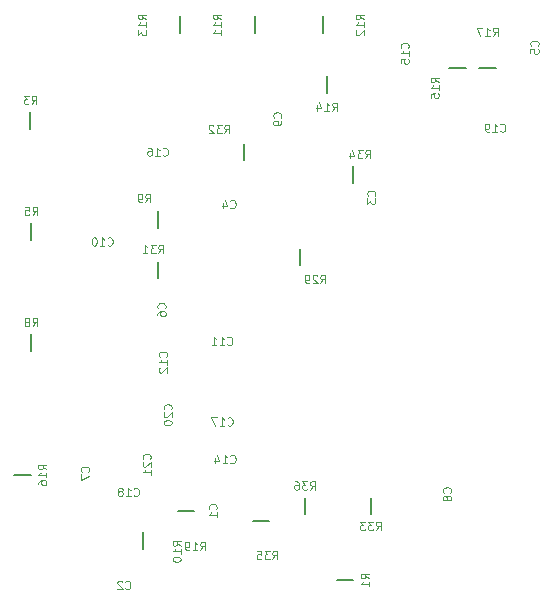
<source format=gbr>
%TF.GenerationSoftware,KiCad,Pcbnew,8.0.0*%
%TF.CreationDate,2024-04-17T18:05:47+02:00*%
%TF.ProjectId,TSAL,5453414c-2e6b-4696-9361-645f70636258,V2.1*%
%TF.SameCoordinates,Original*%
%TF.FileFunction,Legend,Bot*%
%TF.FilePolarity,Positive*%
%FSLAX46Y46*%
G04 Gerber Fmt 4.6, Leading zero omitted, Abs format (unit mm)*
G04 Created by KiCad (PCBNEW 8.0.0) date 2024-04-17 18:05:47*
%MOMM*%
%LPD*%
G01*
G04 APERTURE LIST*
%ADD10C,0.087500*%
%ADD11C,0.200000*%
G04 APERTURE END LIST*
D10*
X146492495Y-39493373D02*
X146525828Y-39526707D01*
X146525828Y-39526707D02*
X146625828Y-39560040D01*
X146625828Y-39560040D02*
X146692495Y-39560040D01*
X146692495Y-39560040D02*
X146792495Y-39526707D01*
X146792495Y-39526707D02*
X146859162Y-39460040D01*
X146859162Y-39460040D02*
X146892495Y-39393373D01*
X146892495Y-39393373D02*
X146925828Y-39260040D01*
X146925828Y-39260040D02*
X146925828Y-39160040D01*
X146925828Y-39160040D02*
X146892495Y-39026707D01*
X146892495Y-39026707D02*
X146859162Y-38960040D01*
X146859162Y-38960040D02*
X146792495Y-38893373D01*
X146792495Y-38893373D02*
X146692495Y-38860040D01*
X146692495Y-38860040D02*
X146625828Y-38860040D01*
X146625828Y-38860040D02*
X146525828Y-38893373D01*
X146525828Y-38893373D02*
X146492495Y-38926707D01*
X145825828Y-39560040D02*
X146225828Y-39560040D01*
X146025828Y-39560040D02*
X146025828Y-38860040D01*
X146025828Y-38860040D02*
X146092495Y-38960040D01*
X146092495Y-38960040D02*
X146159162Y-39026707D01*
X146159162Y-39026707D02*
X146225828Y-39060040D01*
X145492495Y-39560040D02*
X145359161Y-39560040D01*
X145359161Y-39560040D02*
X145292495Y-39526707D01*
X145292495Y-39526707D02*
X145259161Y-39493373D01*
X145259161Y-39493373D02*
X145192495Y-39393373D01*
X145192495Y-39393373D02*
X145159161Y-39260040D01*
X145159161Y-39260040D02*
X145159161Y-38993373D01*
X145159161Y-38993373D02*
X145192495Y-38926707D01*
X145192495Y-38926707D02*
X145225828Y-38893373D01*
X145225828Y-38893373D02*
X145292495Y-38860040D01*
X145292495Y-38860040D02*
X145425828Y-38860040D01*
X145425828Y-38860040D02*
X145492495Y-38893373D01*
X145492495Y-38893373D02*
X145525828Y-38926707D01*
X145525828Y-38926707D02*
X145559161Y-38993373D01*
X145559161Y-38993373D02*
X145559161Y-39160040D01*
X145559161Y-39160040D02*
X145525828Y-39226707D01*
X145525828Y-39226707D02*
X145492495Y-39260040D01*
X145492495Y-39260040D02*
X145425828Y-39293373D01*
X145425828Y-39293373D02*
X145292495Y-39293373D01*
X145292495Y-39293373D02*
X145225828Y-39260040D01*
X145225828Y-39260040D02*
X145192495Y-39226707D01*
X145192495Y-39226707D02*
X145159161Y-39160040D01*
X116839655Y-67252381D02*
X116872989Y-67219048D01*
X116872989Y-67219048D02*
X116906322Y-67119048D01*
X116906322Y-67119048D02*
X116906322Y-67052381D01*
X116906322Y-67052381D02*
X116872989Y-66952381D01*
X116872989Y-66952381D02*
X116806322Y-66885715D01*
X116806322Y-66885715D02*
X116739655Y-66852381D01*
X116739655Y-66852381D02*
X116606322Y-66819048D01*
X116606322Y-66819048D02*
X116506322Y-66819048D01*
X116506322Y-66819048D02*
X116372989Y-66852381D01*
X116372989Y-66852381D02*
X116306322Y-66885715D01*
X116306322Y-66885715D02*
X116239655Y-66952381D01*
X116239655Y-66952381D02*
X116206322Y-67052381D01*
X116206322Y-67052381D02*
X116206322Y-67119048D01*
X116206322Y-67119048D02*
X116239655Y-67219048D01*
X116239655Y-67219048D02*
X116272989Y-67252381D01*
X116272989Y-67519048D02*
X116239655Y-67552381D01*
X116239655Y-67552381D02*
X116206322Y-67619048D01*
X116206322Y-67619048D02*
X116206322Y-67785715D01*
X116206322Y-67785715D02*
X116239655Y-67852381D01*
X116239655Y-67852381D02*
X116272989Y-67885715D01*
X116272989Y-67885715D02*
X116339655Y-67919048D01*
X116339655Y-67919048D02*
X116406322Y-67919048D01*
X116406322Y-67919048D02*
X116506322Y-67885715D01*
X116506322Y-67885715D02*
X116906322Y-67485715D01*
X116906322Y-67485715D02*
X116906322Y-67919048D01*
X116906322Y-68585715D02*
X116906322Y-68185715D01*
X116906322Y-68385715D02*
X116206322Y-68385715D01*
X116206322Y-68385715D02*
X116306322Y-68319048D01*
X116306322Y-68319048D02*
X116372989Y-68252382D01*
X116372989Y-68252382D02*
X116406322Y-68185715D01*
X145865000Y-31434283D02*
X146098333Y-31100950D01*
X146265000Y-31434283D02*
X146265000Y-30734283D01*
X146265000Y-30734283D02*
X145998333Y-30734283D01*
X145998333Y-30734283D02*
X145931667Y-30767616D01*
X145931667Y-30767616D02*
X145898333Y-30800950D01*
X145898333Y-30800950D02*
X145865000Y-30867616D01*
X145865000Y-30867616D02*
X145865000Y-30967616D01*
X145865000Y-30967616D02*
X145898333Y-31034283D01*
X145898333Y-31034283D02*
X145931667Y-31067616D01*
X145931667Y-31067616D02*
X145998333Y-31100950D01*
X145998333Y-31100950D02*
X146265000Y-31100950D01*
X145198333Y-31434283D02*
X145598333Y-31434283D01*
X145398333Y-31434283D02*
X145398333Y-30734283D01*
X145398333Y-30734283D02*
X145465000Y-30834283D01*
X145465000Y-30834283D02*
X145531667Y-30900950D01*
X145531667Y-30900950D02*
X145598333Y-30934283D01*
X144965000Y-30734283D02*
X144498333Y-30734283D01*
X144498333Y-30734283D02*
X144798333Y-31434283D01*
X123397623Y-64363884D02*
X123430956Y-64397218D01*
X123430956Y-64397218D02*
X123530956Y-64430551D01*
X123530956Y-64430551D02*
X123597623Y-64430551D01*
X123597623Y-64430551D02*
X123697623Y-64397218D01*
X123697623Y-64397218D02*
X123764290Y-64330551D01*
X123764290Y-64330551D02*
X123797623Y-64263884D01*
X123797623Y-64263884D02*
X123830956Y-64130551D01*
X123830956Y-64130551D02*
X123830956Y-64030551D01*
X123830956Y-64030551D02*
X123797623Y-63897218D01*
X123797623Y-63897218D02*
X123764290Y-63830551D01*
X123764290Y-63830551D02*
X123697623Y-63763884D01*
X123697623Y-63763884D02*
X123597623Y-63730551D01*
X123597623Y-63730551D02*
X123530956Y-63730551D01*
X123530956Y-63730551D02*
X123430956Y-63763884D01*
X123430956Y-63763884D02*
X123397623Y-63797218D01*
X122730956Y-64430551D02*
X123130956Y-64430551D01*
X122930956Y-64430551D02*
X122930956Y-63730551D01*
X122930956Y-63730551D02*
X122997623Y-63830551D01*
X122997623Y-63830551D02*
X123064290Y-63897218D01*
X123064290Y-63897218D02*
X123130956Y-63930551D01*
X122497623Y-63730551D02*
X122030956Y-63730551D01*
X122030956Y-63730551D02*
X122330956Y-64430551D01*
X119445283Y-74606999D02*
X119111950Y-74373666D01*
X119445283Y-74206999D02*
X118745283Y-74206999D01*
X118745283Y-74206999D02*
X118745283Y-74473666D01*
X118745283Y-74473666D02*
X118778616Y-74540333D01*
X118778616Y-74540333D02*
X118811950Y-74573666D01*
X118811950Y-74573666D02*
X118878616Y-74606999D01*
X118878616Y-74606999D02*
X118978616Y-74606999D01*
X118978616Y-74606999D02*
X119045283Y-74573666D01*
X119045283Y-74573666D02*
X119078616Y-74540333D01*
X119078616Y-74540333D02*
X119111950Y-74473666D01*
X119111950Y-74473666D02*
X119111950Y-74206999D01*
X119445283Y-75273666D02*
X119445283Y-74873666D01*
X119445283Y-75073666D02*
X118745283Y-75073666D01*
X118745283Y-75073666D02*
X118845283Y-75006999D01*
X118845283Y-75006999D02*
X118911950Y-74940333D01*
X118911950Y-74940333D02*
X118945283Y-74873666D01*
X118745283Y-75707000D02*
X118745283Y-75773666D01*
X118745283Y-75773666D02*
X118778616Y-75840333D01*
X118778616Y-75840333D02*
X118811950Y-75873666D01*
X118811950Y-75873666D02*
X118878616Y-75907000D01*
X118878616Y-75907000D02*
X119011950Y-75940333D01*
X119011950Y-75940333D02*
X119178616Y-75940333D01*
X119178616Y-75940333D02*
X119311950Y-75907000D01*
X119311950Y-75907000D02*
X119378616Y-75873666D01*
X119378616Y-75873666D02*
X119411950Y-75840333D01*
X119411950Y-75840333D02*
X119445283Y-75773666D01*
X119445283Y-75773666D02*
X119445283Y-75707000D01*
X119445283Y-75707000D02*
X119411950Y-75640333D01*
X119411950Y-75640333D02*
X119378616Y-75607000D01*
X119378616Y-75607000D02*
X119311950Y-75573666D01*
X119311950Y-75573666D02*
X119178616Y-75540333D01*
X119178616Y-75540333D02*
X119011950Y-75540333D01*
X119011950Y-75540333D02*
X118878616Y-75573666D01*
X118878616Y-75573666D02*
X118811950Y-75607000D01*
X118811950Y-75607000D02*
X118778616Y-75640333D01*
X118778616Y-75640333D02*
X118745283Y-75707000D01*
X127196000Y-75757283D02*
X127429333Y-75423950D01*
X127596000Y-75757283D02*
X127596000Y-75057283D01*
X127596000Y-75057283D02*
X127329333Y-75057283D01*
X127329333Y-75057283D02*
X127262667Y-75090616D01*
X127262667Y-75090616D02*
X127229333Y-75123950D01*
X127229333Y-75123950D02*
X127196000Y-75190616D01*
X127196000Y-75190616D02*
X127196000Y-75290616D01*
X127196000Y-75290616D02*
X127229333Y-75357283D01*
X127229333Y-75357283D02*
X127262667Y-75390616D01*
X127262667Y-75390616D02*
X127329333Y-75423950D01*
X127329333Y-75423950D02*
X127596000Y-75423950D01*
X126962667Y-75057283D02*
X126529333Y-75057283D01*
X126529333Y-75057283D02*
X126762667Y-75323950D01*
X126762667Y-75323950D02*
X126662667Y-75323950D01*
X126662667Y-75323950D02*
X126596000Y-75357283D01*
X126596000Y-75357283D02*
X126562667Y-75390616D01*
X126562667Y-75390616D02*
X126529333Y-75457283D01*
X126529333Y-75457283D02*
X126529333Y-75623950D01*
X126529333Y-75623950D02*
X126562667Y-75690616D01*
X126562667Y-75690616D02*
X126596000Y-75723950D01*
X126596000Y-75723950D02*
X126662667Y-75757283D01*
X126662667Y-75757283D02*
X126862667Y-75757283D01*
X126862667Y-75757283D02*
X126929333Y-75723950D01*
X126929333Y-75723950D02*
X126962667Y-75690616D01*
X125896000Y-75057283D02*
X126229333Y-75057283D01*
X126229333Y-75057283D02*
X126262666Y-75390616D01*
X126262666Y-75390616D02*
X126229333Y-75357283D01*
X126229333Y-75357283D02*
X126162666Y-75323950D01*
X126162666Y-75323950D02*
X125996000Y-75323950D01*
X125996000Y-75323950D02*
X125929333Y-75357283D01*
X125929333Y-75357283D02*
X125896000Y-75390616D01*
X125896000Y-75390616D02*
X125862666Y-75457283D01*
X125862666Y-75457283D02*
X125862666Y-75623950D01*
X125862666Y-75623950D02*
X125896000Y-75690616D01*
X125896000Y-75690616D02*
X125929333Y-75723950D01*
X125929333Y-75723950D02*
X125996000Y-75757283D01*
X125996000Y-75757283D02*
X126162666Y-75757283D01*
X126162666Y-75757283D02*
X126229333Y-75723950D01*
X126229333Y-75723950D02*
X126262666Y-75690616D01*
X122426616Y-71511333D02*
X122459950Y-71478000D01*
X122459950Y-71478000D02*
X122493283Y-71378000D01*
X122493283Y-71378000D02*
X122493283Y-71311333D01*
X122493283Y-71311333D02*
X122459950Y-71211333D01*
X122459950Y-71211333D02*
X122393283Y-71144667D01*
X122393283Y-71144667D02*
X122326616Y-71111333D01*
X122326616Y-71111333D02*
X122193283Y-71078000D01*
X122193283Y-71078000D02*
X122093283Y-71078000D01*
X122093283Y-71078000D02*
X121959950Y-71111333D01*
X121959950Y-71111333D02*
X121893283Y-71144667D01*
X121893283Y-71144667D02*
X121826616Y-71211333D01*
X121826616Y-71211333D02*
X121793283Y-71311333D01*
X121793283Y-71311333D02*
X121793283Y-71378000D01*
X121793283Y-71378000D02*
X121826616Y-71478000D01*
X121826616Y-71478000D02*
X121859950Y-71511333D01*
X122493283Y-72178000D02*
X122493283Y-71778000D01*
X122493283Y-71978000D02*
X121793283Y-71978000D01*
X121793283Y-71978000D02*
X121893283Y-71911333D01*
X121893283Y-71911333D02*
X121959950Y-71844667D01*
X121959950Y-71844667D02*
X121993283Y-71778000D01*
X123382528Y-57531958D02*
X123415861Y-57565292D01*
X123415861Y-57565292D02*
X123515861Y-57598625D01*
X123515861Y-57598625D02*
X123582528Y-57598625D01*
X123582528Y-57598625D02*
X123682528Y-57565292D01*
X123682528Y-57565292D02*
X123749195Y-57498625D01*
X123749195Y-57498625D02*
X123782528Y-57431958D01*
X123782528Y-57431958D02*
X123815861Y-57298625D01*
X123815861Y-57298625D02*
X123815861Y-57198625D01*
X123815861Y-57198625D02*
X123782528Y-57065292D01*
X123782528Y-57065292D02*
X123749195Y-56998625D01*
X123749195Y-56998625D02*
X123682528Y-56931958D01*
X123682528Y-56931958D02*
X123582528Y-56898625D01*
X123582528Y-56898625D02*
X123515861Y-56898625D01*
X123515861Y-56898625D02*
X123415861Y-56931958D01*
X123415861Y-56931958D02*
X123382528Y-56965292D01*
X122715861Y-57598625D02*
X123115861Y-57598625D01*
X122915861Y-57598625D02*
X122915861Y-56898625D01*
X122915861Y-56898625D02*
X122982528Y-56998625D01*
X122982528Y-56998625D02*
X123049195Y-57065292D01*
X123049195Y-57065292D02*
X123115861Y-57098625D01*
X122049194Y-57598625D02*
X122449194Y-57598625D01*
X122249194Y-57598625D02*
X122249194Y-56898625D01*
X122249194Y-56898625D02*
X122315861Y-56998625D01*
X122315861Y-56998625D02*
X122382528Y-57065292D01*
X122382528Y-57065292D02*
X122449194Y-57098625D01*
X106883567Y-46607312D02*
X107116900Y-46273979D01*
X107283567Y-46607312D02*
X107283567Y-45907312D01*
X107283567Y-45907312D02*
X107016900Y-45907312D01*
X107016900Y-45907312D02*
X106950234Y-45940645D01*
X106950234Y-45940645D02*
X106916900Y-45973979D01*
X106916900Y-45973979D02*
X106883567Y-46040645D01*
X106883567Y-46040645D02*
X106883567Y-46140645D01*
X106883567Y-46140645D02*
X106916900Y-46207312D01*
X106916900Y-46207312D02*
X106950234Y-46240645D01*
X106950234Y-46240645D02*
X107016900Y-46273979D01*
X107016900Y-46273979D02*
X107283567Y-46273979D01*
X106250234Y-45907312D02*
X106583567Y-45907312D01*
X106583567Y-45907312D02*
X106616900Y-46240645D01*
X106616900Y-46240645D02*
X106583567Y-46207312D01*
X106583567Y-46207312D02*
X106516900Y-46173979D01*
X106516900Y-46173979D02*
X106350234Y-46173979D01*
X106350234Y-46173979D02*
X106283567Y-46207312D01*
X106283567Y-46207312D02*
X106250234Y-46240645D01*
X106250234Y-46240645D02*
X106216900Y-46307312D01*
X106216900Y-46307312D02*
X106216900Y-46473979D01*
X106216900Y-46473979D02*
X106250234Y-46540645D01*
X106250234Y-46540645D02*
X106283567Y-46573979D01*
X106283567Y-46573979D02*
X106350234Y-46607312D01*
X106350234Y-46607312D02*
X106516900Y-46607312D01*
X106516900Y-46607312D02*
X106583567Y-46573979D01*
X106583567Y-46573979D02*
X106616900Y-46540645D01*
X111607884Y-68329360D02*
X111641218Y-68296027D01*
X111641218Y-68296027D02*
X111674551Y-68196027D01*
X111674551Y-68196027D02*
X111674551Y-68129360D01*
X111674551Y-68129360D02*
X111641218Y-68029360D01*
X111641218Y-68029360D02*
X111574551Y-67962694D01*
X111574551Y-67962694D02*
X111507884Y-67929360D01*
X111507884Y-67929360D02*
X111374551Y-67896027D01*
X111374551Y-67896027D02*
X111274551Y-67896027D01*
X111274551Y-67896027D02*
X111141218Y-67929360D01*
X111141218Y-67929360D02*
X111074551Y-67962694D01*
X111074551Y-67962694D02*
X111007884Y-68029360D01*
X111007884Y-68029360D02*
X110974551Y-68129360D01*
X110974551Y-68129360D02*
X110974551Y-68196027D01*
X110974551Y-68196027D02*
X111007884Y-68296027D01*
X111007884Y-68296027D02*
X111041218Y-68329360D01*
X110974551Y-68562694D02*
X110974551Y-69029360D01*
X110974551Y-69029360D02*
X111674551Y-68729360D01*
X135070000Y-41797312D02*
X135303333Y-41463979D01*
X135470000Y-41797312D02*
X135470000Y-41097312D01*
X135470000Y-41097312D02*
X135203333Y-41097312D01*
X135203333Y-41097312D02*
X135136667Y-41130645D01*
X135136667Y-41130645D02*
X135103333Y-41163979D01*
X135103333Y-41163979D02*
X135070000Y-41230645D01*
X135070000Y-41230645D02*
X135070000Y-41330645D01*
X135070000Y-41330645D02*
X135103333Y-41397312D01*
X135103333Y-41397312D02*
X135136667Y-41430645D01*
X135136667Y-41430645D02*
X135203333Y-41463979D01*
X135203333Y-41463979D02*
X135470000Y-41463979D01*
X134836667Y-41097312D02*
X134403333Y-41097312D01*
X134403333Y-41097312D02*
X134636667Y-41363979D01*
X134636667Y-41363979D02*
X134536667Y-41363979D01*
X134536667Y-41363979D02*
X134470000Y-41397312D01*
X134470000Y-41397312D02*
X134436667Y-41430645D01*
X134436667Y-41430645D02*
X134403333Y-41497312D01*
X134403333Y-41497312D02*
X134403333Y-41663979D01*
X134403333Y-41663979D02*
X134436667Y-41730645D01*
X134436667Y-41730645D02*
X134470000Y-41763979D01*
X134470000Y-41763979D02*
X134536667Y-41797312D01*
X134536667Y-41797312D02*
X134736667Y-41797312D01*
X134736667Y-41797312D02*
X134803333Y-41763979D01*
X134803333Y-41763979D02*
X134836667Y-41730645D01*
X133803333Y-41330645D02*
X133803333Y-41797312D01*
X133970000Y-41063979D02*
X134136666Y-41563979D01*
X134136666Y-41563979D02*
X133703333Y-41563979D01*
X123640000Y-67562616D02*
X123673333Y-67595950D01*
X123673333Y-67595950D02*
X123773333Y-67629283D01*
X123773333Y-67629283D02*
X123840000Y-67629283D01*
X123840000Y-67629283D02*
X123940000Y-67595950D01*
X123940000Y-67595950D02*
X124006667Y-67529283D01*
X124006667Y-67529283D02*
X124040000Y-67462616D01*
X124040000Y-67462616D02*
X124073333Y-67329283D01*
X124073333Y-67329283D02*
X124073333Y-67229283D01*
X124073333Y-67229283D02*
X124040000Y-67095950D01*
X124040000Y-67095950D02*
X124006667Y-67029283D01*
X124006667Y-67029283D02*
X123940000Y-66962616D01*
X123940000Y-66962616D02*
X123840000Y-66929283D01*
X123840000Y-66929283D02*
X123773333Y-66929283D01*
X123773333Y-66929283D02*
X123673333Y-66962616D01*
X123673333Y-66962616D02*
X123640000Y-66995950D01*
X122973333Y-67629283D02*
X123373333Y-67629283D01*
X123173333Y-67629283D02*
X123173333Y-66929283D01*
X123173333Y-66929283D02*
X123240000Y-67029283D01*
X123240000Y-67029283D02*
X123306667Y-67095950D01*
X123306667Y-67095950D02*
X123373333Y-67129283D01*
X122373333Y-67162616D02*
X122373333Y-67629283D01*
X122540000Y-66895950D02*
X122706666Y-67395950D01*
X122706666Y-67395950D02*
X122273333Y-67395950D01*
X149670851Y-32268333D02*
X149704185Y-32235000D01*
X149704185Y-32235000D02*
X149737518Y-32135000D01*
X149737518Y-32135000D02*
X149737518Y-32068333D01*
X149737518Y-32068333D02*
X149704185Y-31968333D01*
X149704185Y-31968333D02*
X149637518Y-31901667D01*
X149637518Y-31901667D02*
X149570851Y-31868333D01*
X149570851Y-31868333D02*
X149437518Y-31835000D01*
X149437518Y-31835000D02*
X149337518Y-31835000D01*
X149337518Y-31835000D02*
X149204185Y-31868333D01*
X149204185Y-31868333D02*
X149137518Y-31901667D01*
X149137518Y-31901667D02*
X149070851Y-31968333D01*
X149070851Y-31968333D02*
X149037518Y-32068333D01*
X149037518Y-32068333D02*
X149037518Y-32135000D01*
X149037518Y-32135000D02*
X149070851Y-32235000D01*
X149070851Y-32235000D02*
X149104185Y-32268333D01*
X149037518Y-32901667D02*
X149037518Y-32568333D01*
X149037518Y-32568333D02*
X149370851Y-32535000D01*
X149370851Y-32535000D02*
X149337518Y-32568333D01*
X149337518Y-32568333D02*
X149304185Y-32635000D01*
X149304185Y-32635000D02*
X149304185Y-32801667D01*
X149304185Y-32801667D02*
X149337518Y-32868333D01*
X149337518Y-32868333D02*
X149370851Y-32901667D01*
X149370851Y-32901667D02*
X149437518Y-32935000D01*
X149437518Y-32935000D02*
X149604185Y-32935000D01*
X149604185Y-32935000D02*
X149670851Y-32901667D01*
X149670851Y-32901667D02*
X149704185Y-32868333D01*
X149704185Y-32868333D02*
X149737518Y-32801667D01*
X149737518Y-32801667D02*
X149737518Y-32635000D01*
X149737518Y-32635000D02*
X149704185Y-32568333D01*
X149704185Y-32568333D02*
X149670851Y-32535000D01*
X123132000Y-39689283D02*
X123365333Y-39355950D01*
X123532000Y-39689283D02*
X123532000Y-38989283D01*
X123532000Y-38989283D02*
X123265333Y-38989283D01*
X123265333Y-38989283D02*
X123198667Y-39022616D01*
X123198667Y-39022616D02*
X123165333Y-39055950D01*
X123165333Y-39055950D02*
X123132000Y-39122616D01*
X123132000Y-39122616D02*
X123132000Y-39222616D01*
X123132000Y-39222616D02*
X123165333Y-39289283D01*
X123165333Y-39289283D02*
X123198667Y-39322616D01*
X123198667Y-39322616D02*
X123265333Y-39355950D01*
X123265333Y-39355950D02*
X123532000Y-39355950D01*
X122898667Y-38989283D02*
X122465333Y-38989283D01*
X122465333Y-38989283D02*
X122698667Y-39255950D01*
X122698667Y-39255950D02*
X122598667Y-39255950D01*
X122598667Y-39255950D02*
X122532000Y-39289283D01*
X122532000Y-39289283D02*
X122498667Y-39322616D01*
X122498667Y-39322616D02*
X122465333Y-39389283D01*
X122465333Y-39389283D02*
X122465333Y-39555950D01*
X122465333Y-39555950D02*
X122498667Y-39622616D01*
X122498667Y-39622616D02*
X122532000Y-39655950D01*
X122532000Y-39655950D02*
X122598667Y-39689283D01*
X122598667Y-39689283D02*
X122798667Y-39689283D01*
X122798667Y-39689283D02*
X122865333Y-39655950D01*
X122865333Y-39655950D02*
X122898667Y-39622616D01*
X122198666Y-39055950D02*
X122165333Y-39022616D01*
X122165333Y-39022616D02*
X122098666Y-38989283D01*
X122098666Y-38989283D02*
X121932000Y-38989283D01*
X121932000Y-38989283D02*
X121865333Y-39022616D01*
X121865333Y-39022616D02*
X121832000Y-39055950D01*
X121832000Y-39055950D02*
X121798666Y-39122616D01*
X121798666Y-39122616D02*
X121798666Y-39189283D01*
X121798666Y-39189283D02*
X121832000Y-39289283D01*
X121832000Y-39289283D02*
X122232000Y-39689283D01*
X122232000Y-39689283D02*
X121798666Y-39689283D01*
X135947099Y-73268254D02*
X136180432Y-72934921D01*
X136347099Y-73268254D02*
X136347099Y-72568254D01*
X136347099Y-72568254D02*
X136080432Y-72568254D01*
X136080432Y-72568254D02*
X136013766Y-72601587D01*
X136013766Y-72601587D02*
X135980432Y-72634921D01*
X135980432Y-72634921D02*
X135947099Y-72701587D01*
X135947099Y-72701587D02*
X135947099Y-72801587D01*
X135947099Y-72801587D02*
X135980432Y-72868254D01*
X135980432Y-72868254D02*
X136013766Y-72901587D01*
X136013766Y-72901587D02*
X136080432Y-72934921D01*
X136080432Y-72934921D02*
X136347099Y-72934921D01*
X135713766Y-72568254D02*
X135280432Y-72568254D01*
X135280432Y-72568254D02*
X135513766Y-72834921D01*
X135513766Y-72834921D02*
X135413766Y-72834921D01*
X135413766Y-72834921D02*
X135347099Y-72868254D01*
X135347099Y-72868254D02*
X135313766Y-72901587D01*
X135313766Y-72901587D02*
X135280432Y-72968254D01*
X135280432Y-72968254D02*
X135280432Y-73134921D01*
X135280432Y-73134921D02*
X135313766Y-73201587D01*
X135313766Y-73201587D02*
X135347099Y-73234921D01*
X135347099Y-73234921D02*
X135413766Y-73268254D01*
X135413766Y-73268254D02*
X135613766Y-73268254D01*
X135613766Y-73268254D02*
X135680432Y-73234921D01*
X135680432Y-73234921D02*
X135713766Y-73201587D01*
X135047099Y-72568254D02*
X134613765Y-72568254D01*
X134613765Y-72568254D02*
X134847099Y-72834921D01*
X134847099Y-72834921D02*
X134747099Y-72834921D01*
X134747099Y-72834921D02*
X134680432Y-72868254D01*
X134680432Y-72868254D02*
X134647099Y-72901587D01*
X134647099Y-72901587D02*
X134613765Y-72968254D01*
X134613765Y-72968254D02*
X134613765Y-73134921D01*
X134613765Y-73134921D02*
X134647099Y-73201587D01*
X134647099Y-73201587D02*
X134680432Y-73234921D01*
X134680432Y-73234921D02*
X134747099Y-73268254D01*
X134747099Y-73268254D02*
X134947099Y-73268254D01*
X134947099Y-73268254D02*
X135013765Y-73234921D01*
X135013765Y-73234921D02*
X135047099Y-73201587D01*
X115463305Y-70331500D02*
X115496638Y-70364834D01*
X115496638Y-70364834D02*
X115596638Y-70398167D01*
X115596638Y-70398167D02*
X115663305Y-70398167D01*
X115663305Y-70398167D02*
X115763305Y-70364834D01*
X115763305Y-70364834D02*
X115829972Y-70298167D01*
X115829972Y-70298167D02*
X115863305Y-70231500D01*
X115863305Y-70231500D02*
X115896638Y-70098167D01*
X115896638Y-70098167D02*
X115896638Y-69998167D01*
X115896638Y-69998167D02*
X115863305Y-69864834D01*
X115863305Y-69864834D02*
X115829972Y-69798167D01*
X115829972Y-69798167D02*
X115763305Y-69731500D01*
X115763305Y-69731500D02*
X115663305Y-69698167D01*
X115663305Y-69698167D02*
X115596638Y-69698167D01*
X115596638Y-69698167D02*
X115496638Y-69731500D01*
X115496638Y-69731500D02*
X115463305Y-69764834D01*
X114796638Y-70398167D02*
X115196638Y-70398167D01*
X114996638Y-70398167D02*
X114996638Y-69698167D01*
X114996638Y-69698167D02*
X115063305Y-69798167D01*
X115063305Y-69798167D02*
X115129972Y-69864834D01*
X115129972Y-69864834D02*
X115196638Y-69898167D01*
X114396638Y-69998167D02*
X114463305Y-69964834D01*
X114463305Y-69964834D02*
X114496638Y-69931500D01*
X114496638Y-69931500D02*
X114529971Y-69864834D01*
X114529971Y-69864834D02*
X114529971Y-69831500D01*
X114529971Y-69831500D02*
X114496638Y-69764834D01*
X114496638Y-69764834D02*
X114463305Y-69731500D01*
X114463305Y-69731500D02*
X114396638Y-69698167D01*
X114396638Y-69698167D02*
X114263305Y-69698167D01*
X114263305Y-69698167D02*
X114196638Y-69731500D01*
X114196638Y-69731500D02*
X114163305Y-69764834D01*
X114163305Y-69764834D02*
X114129971Y-69831500D01*
X114129971Y-69831500D02*
X114129971Y-69864834D01*
X114129971Y-69864834D02*
X114163305Y-69931500D01*
X114163305Y-69931500D02*
X114196638Y-69964834D01*
X114196638Y-69964834D02*
X114263305Y-69998167D01*
X114263305Y-69998167D02*
X114396638Y-69998167D01*
X114396638Y-69998167D02*
X114463305Y-70031500D01*
X114463305Y-70031500D02*
X114496638Y-70064834D01*
X114496638Y-70064834D02*
X114529971Y-70131500D01*
X114529971Y-70131500D02*
X114529971Y-70264834D01*
X114529971Y-70264834D02*
X114496638Y-70331500D01*
X114496638Y-70331500D02*
X114463305Y-70364834D01*
X114463305Y-70364834D02*
X114396638Y-70398167D01*
X114396638Y-70398167D02*
X114263305Y-70398167D01*
X114263305Y-70398167D02*
X114196638Y-70364834D01*
X114196638Y-70364834D02*
X114163305Y-70331500D01*
X114163305Y-70331500D02*
X114129971Y-70264834D01*
X114129971Y-70264834D02*
X114129971Y-70131500D01*
X114129971Y-70131500D02*
X114163305Y-70064834D01*
X114163305Y-70064834D02*
X114196638Y-70031500D01*
X114196638Y-70031500D02*
X114263305Y-69998167D01*
X122874283Y-30029999D02*
X122540950Y-29796666D01*
X122874283Y-29629999D02*
X122174283Y-29629999D01*
X122174283Y-29629999D02*
X122174283Y-29896666D01*
X122174283Y-29896666D02*
X122207616Y-29963333D01*
X122207616Y-29963333D02*
X122240950Y-29996666D01*
X122240950Y-29996666D02*
X122307616Y-30029999D01*
X122307616Y-30029999D02*
X122407616Y-30029999D01*
X122407616Y-30029999D02*
X122474283Y-29996666D01*
X122474283Y-29996666D02*
X122507616Y-29963333D01*
X122507616Y-29963333D02*
X122540950Y-29896666D01*
X122540950Y-29896666D02*
X122540950Y-29629999D01*
X122874283Y-30696666D02*
X122874283Y-30296666D01*
X122874283Y-30496666D02*
X122174283Y-30496666D01*
X122174283Y-30496666D02*
X122274283Y-30429999D01*
X122274283Y-30429999D02*
X122340950Y-30363333D01*
X122340950Y-30363333D02*
X122374283Y-30296666D01*
X122874283Y-31363333D02*
X122874283Y-30963333D01*
X122874283Y-31163333D02*
X122174283Y-31163333D01*
X122174283Y-31163333D02*
X122274283Y-31096666D01*
X122274283Y-31096666D02*
X122340950Y-31030000D01*
X122340950Y-31030000D02*
X122374283Y-30963333D01*
X132264099Y-37784283D02*
X132497432Y-37450950D01*
X132664099Y-37784283D02*
X132664099Y-37084283D01*
X132664099Y-37084283D02*
X132397432Y-37084283D01*
X132397432Y-37084283D02*
X132330766Y-37117616D01*
X132330766Y-37117616D02*
X132297432Y-37150950D01*
X132297432Y-37150950D02*
X132264099Y-37217616D01*
X132264099Y-37217616D02*
X132264099Y-37317616D01*
X132264099Y-37317616D02*
X132297432Y-37384283D01*
X132297432Y-37384283D02*
X132330766Y-37417616D01*
X132330766Y-37417616D02*
X132397432Y-37450950D01*
X132397432Y-37450950D02*
X132664099Y-37450950D01*
X131597432Y-37784283D02*
X131997432Y-37784283D01*
X131797432Y-37784283D02*
X131797432Y-37084283D01*
X131797432Y-37084283D02*
X131864099Y-37184283D01*
X131864099Y-37184283D02*
X131930766Y-37250950D01*
X131930766Y-37250950D02*
X131997432Y-37284283D01*
X130997432Y-37317616D02*
X130997432Y-37784283D01*
X131164099Y-37050950D02*
X131330765Y-37550950D01*
X131330765Y-37550950D02*
X130897432Y-37550950D01*
X135855163Y-44968333D02*
X135888497Y-44935000D01*
X135888497Y-44935000D02*
X135921830Y-44835000D01*
X135921830Y-44835000D02*
X135921830Y-44768333D01*
X135921830Y-44768333D02*
X135888497Y-44668333D01*
X135888497Y-44668333D02*
X135821830Y-44601667D01*
X135821830Y-44601667D02*
X135755163Y-44568333D01*
X135755163Y-44568333D02*
X135621830Y-44535000D01*
X135621830Y-44535000D02*
X135521830Y-44535000D01*
X135521830Y-44535000D02*
X135388497Y-44568333D01*
X135388497Y-44568333D02*
X135321830Y-44601667D01*
X135321830Y-44601667D02*
X135255163Y-44668333D01*
X135255163Y-44668333D02*
X135221830Y-44768333D01*
X135221830Y-44768333D02*
X135221830Y-44835000D01*
X135221830Y-44835000D02*
X135255163Y-44935000D01*
X135255163Y-44935000D02*
X135288497Y-44968333D01*
X135221830Y-45201667D02*
X135221830Y-45635000D01*
X135221830Y-45635000D02*
X135488497Y-45401667D01*
X135488497Y-45401667D02*
X135488497Y-45501667D01*
X135488497Y-45501667D02*
X135521830Y-45568333D01*
X135521830Y-45568333D02*
X135555163Y-45601667D01*
X135555163Y-45601667D02*
X135621830Y-45635000D01*
X135621830Y-45635000D02*
X135788497Y-45635000D01*
X135788497Y-45635000D02*
X135855163Y-45601667D01*
X135855163Y-45601667D02*
X135888497Y-45568333D01*
X135888497Y-45568333D02*
X135921830Y-45501667D01*
X135921830Y-45501667D02*
X135921830Y-45301667D01*
X135921830Y-45301667D02*
X135888497Y-45235000D01*
X135888497Y-45235000D02*
X135855163Y-45201667D01*
X108066254Y-68141900D02*
X107732921Y-67908567D01*
X108066254Y-67741900D02*
X107366254Y-67741900D01*
X107366254Y-67741900D02*
X107366254Y-68008567D01*
X107366254Y-68008567D02*
X107399587Y-68075234D01*
X107399587Y-68075234D02*
X107432921Y-68108567D01*
X107432921Y-68108567D02*
X107499587Y-68141900D01*
X107499587Y-68141900D02*
X107599587Y-68141900D01*
X107599587Y-68141900D02*
X107666254Y-68108567D01*
X107666254Y-68108567D02*
X107699587Y-68075234D01*
X107699587Y-68075234D02*
X107732921Y-68008567D01*
X107732921Y-68008567D02*
X107732921Y-67741900D01*
X108066254Y-68808567D02*
X108066254Y-68408567D01*
X108066254Y-68608567D02*
X107366254Y-68608567D01*
X107366254Y-68608567D02*
X107466254Y-68541900D01*
X107466254Y-68541900D02*
X107532921Y-68475234D01*
X107532921Y-68475234D02*
X107566254Y-68408567D01*
X107366254Y-69408567D02*
X107366254Y-69275234D01*
X107366254Y-69275234D02*
X107399587Y-69208567D01*
X107399587Y-69208567D02*
X107432921Y-69175234D01*
X107432921Y-69175234D02*
X107532921Y-69108567D01*
X107532921Y-69108567D02*
X107666254Y-69075234D01*
X107666254Y-69075234D02*
X107932921Y-69075234D01*
X107932921Y-69075234D02*
X107999587Y-69108567D01*
X107999587Y-69108567D02*
X108032921Y-69141901D01*
X108032921Y-69141901D02*
X108066254Y-69208567D01*
X108066254Y-69208567D02*
X108066254Y-69341901D01*
X108066254Y-69341901D02*
X108032921Y-69408567D01*
X108032921Y-69408567D02*
X107999587Y-69441901D01*
X107999587Y-69441901D02*
X107932921Y-69475234D01*
X107932921Y-69475234D02*
X107766254Y-69475234D01*
X107766254Y-69475234D02*
X107699587Y-69441901D01*
X107699587Y-69441901D02*
X107666254Y-69408567D01*
X107666254Y-69408567D02*
X107632921Y-69341901D01*
X107632921Y-69341901D02*
X107632921Y-69208567D01*
X107632921Y-69208567D02*
X107666254Y-69141901D01*
X107666254Y-69141901D02*
X107699587Y-69108567D01*
X107699587Y-69108567D02*
X107766254Y-69075234D01*
X118616616Y-63049999D02*
X118649950Y-63016666D01*
X118649950Y-63016666D02*
X118683283Y-62916666D01*
X118683283Y-62916666D02*
X118683283Y-62849999D01*
X118683283Y-62849999D02*
X118649950Y-62749999D01*
X118649950Y-62749999D02*
X118583283Y-62683333D01*
X118583283Y-62683333D02*
X118516616Y-62649999D01*
X118516616Y-62649999D02*
X118383283Y-62616666D01*
X118383283Y-62616666D02*
X118283283Y-62616666D01*
X118283283Y-62616666D02*
X118149950Y-62649999D01*
X118149950Y-62649999D02*
X118083283Y-62683333D01*
X118083283Y-62683333D02*
X118016616Y-62749999D01*
X118016616Y-62749999D02*
X117983283Y-62849999D01*
X117983283Y-62849999D02*
X117983283Y-62916666D01*
X117983283Y-62916666D02*
X118016616Y-63016666D01*
X118016616Y-63016666D02*
X118049950Y-63049999D01*
X118049950Y-63316666D02*
X118016616Y-63349999D01*
X118016616Y-63349999D02*
X117983283Y-63416666D01*
X117983283Y-63416666D02*
X117983283Y-63583333D01*
X117983283Y-63583333D02*
X118016616Y-63649999D01*
X118016616Y-63649999D02*
X118049950Y-63683333D01*
X118049950Y-63683333D02*
X118116616Y-63716666D01*
X118116616Y-63716666D02*
X118183283Y-63716666D01*
X118183283Y-63716666D02*
X118283283Y-63683333D01*
X118283283Y-63683333D02*
X118683283Y-63283333D01*
X118683283Y-63283333D02*
X118683283Y-63716666D01*
X117983283Y-64150000D02*
X117983283Y-64216666D01*
X117983283Y-64216666D02*
X118016616Y-64283333D01*
X118016616Y-64283333D02*
X118049950Y-64316666D01*
X118049950Y-64316666D02*
X118116616Y-64350000D01*
X118116616Y-64350000D02*
X118249950Y-64383333D01*
X118249950Y-64383333D02*
X118416616Y-64383333D01*
X118416616Y-64383333D02*
X118549950Y-64350000D01*
X118549950Y-64350000D02*
X118616616Y-64316666D01*
X118616616Y-64316666D02*
X118649950Y-64283333D01*
X118649950Y-64283333D02*
X118683283Y-64216666D01*
X118683283Y-64216666D02*
X118683283Y-64150000D01*
X118683283Y-64150000D02*
X118649950Y-64083333D01*
X118649950Y-64083333D02*
X118616616Y-64050000D01*
X118616616Y-64050000D02*
X118549950Y-64016666D01*
X118549950Y-64016666D02*
X118416616Y-63983333D01*
X118416616Y-63983333D02*
X118249950Y-63983333D01*
X118249950Y-63983333D02*
X118116616Y-64016666D01*
X118116616Y-64016666D02*
X118049950Y-64050000D01*
X118049950Y-64050000D02*
X118016616Y-64083333D01*
X118016616Y-64083333D02*
X117983283Y-64150000D01*
X114740289Y-78206884D02*
X114773622Y-78240218D01*
X114773622Y-78240218D02*
X114873622Y-78273551D01*
X114873622Y-78273551D02*
X114940289Y-78273551D01*
X114940289Y-78273551D02*
X115040289Y-78240218D01*
X115040289Y-78240218D02*
X115106956Y-78173551D01*
X115106956Y-78173551D02*
X115140289Y-78106884D01*
X115140289Y-78106884D02*
X115173622Y-77973551D01*
X115173622Y-77973551D02*
X115173622Y-77873551D01*
X115173622Y-77873551D02*
X115140289Y-77740218D01*
X115140289Y-77740218D02*
X115106956Y-77673551D01*
X115106956Y-77673551D02*
X115040289Y-77606884D01*
X115040289Y-77606884D02*
X114940289Y-77573551D01*
X114940289Y-77573551D02*
X114873622Y-77573551D01*
X114873622Y-77573551D02*
X114773622Y-77606884D01*
X114773622Y-77606884D02*
X114740289Y-77640218D01*
X114473622Y-77640218D02*
X114440289Y-77606884D01*
X114440289Y-77606884D02*
X114373622Y-77573551D01*
X114373622Y-77573551D02*
X114206956Y-77573551D01*
X114206956Y-77573551D02*
X114140289Y-77606884D01*
X114140289Y-77606884D02*
X114106956Y-77640218D01*
X114106956Y-77640218D02*
X114073622Y-77706884D01*
X114073622Y-77706884D02*
X114073622Y-77773551D01*
X114073622Y-77773551D02*
X114106956Y-77873551D01*
X114106956Y-77873551D02*
X114506956Y-78273551D01*
X114506956Y-78273551D02*
X114073622Y-78273551D01*
X117925000Y-41527616D02*
X117958333Y-41560950D01*
X117958333Y-41560950D02*
X118058333Y-41594283D01*
X118058333Y-41594283D02*
X118125000Y-41594283D01*
X118125000Y-41594283D02*
X118225000Y-41560950D01*
X118225000Y-41560950D02*
X118291667Y-41494283D01*
X118291667Y-41494283D02*
X118325000Y-41427616D01*
X118325000Y-41427616D02*
X118358333Y-41294283D01*
X118358333Y-41294283D02*
X118358333Y-41194283D01*
X118358333Y-41194283D02*
X118325000Y-41060950D01*
X118325000Y-41060950D02*
X118291667Y-40994283D01*
X118291667Y-40994283D02*
X118225000Y-40927616D01*
X118225000Y-40927616D02*
X118125000Y-40894283D01*
X118125000Y-40894283D02*
X118058333Y-40894283D01*
X118058333Y-40894283D02*
X117958333Y-40927616D01*
X117958333Y-40927616D02*
X117925000Y-40960950D01*
X117258333Y-41594283D02*
X117658333Y-41594283D01*
X117458333Y-41594283D02*
X117458333Y-40894283D01*
X117458333Y-40894283D02*
X117525000Y-40994283D01*
X117525000Y-40994283D02*
X117591667Y-41060950D01*
X117591667Y-41060950D02*
X117658333Y-41094283D01*
X116658333Y-40894283D02*
X116791666Y-40894283D01*
X116791666Y-40894283D02*
X116858333Y-40927616D01*
X116858333Y-40927616D02*
X116891666Y-40960950D01*
X116891666Y-40960950D02*
X116958333Y-41060950D01*
X116958333Y-41060950D02*
X116991666Y-41194283D01*
X116991666Y-41194283D02*
X116991666Y-41460950D01*
X116991666Y-41460950D02*
X116958333Y-41527616D01*
X116958333Y-41527616D02*
X116925000Y-41560950D01*
X116925000Y-41560950D02*
X116858333Y-41594283D01*
X116858333Y-41594283D02*
X116725000Y-41594283D01*
X116725000Y-41594283D02*
X116658333Y-41560950D01*
X116658333Y-41560950D02*
X116625000Y-41527616D01*
X116625000Y-41527616D02*
X116591666Y-41460950D01*
X116591666Y-41460950D02*
X116591666Y-41294283D01*
X116591666Y-41294283D02*
X116625000Y-41227616D01*
X116625000Y-41227616D02*
X116658333Y-41194283D01*
X116658333Y-41194283D02*
X116725000Y-41160950D01*
X116725000Y-41160950D02*
X116858333Y-41160950D01*
X116858333Y-41160950D02*
X116925000Y-41194283D01*
X116925000Y-41194283D02*
X116958333Y-41227616D01*
X116958333Y-41227616D02*
X116991666Y-41294283D01*
X121100000Y-74995283D02*
X121333333Y-74661950D01*
X121500000Y-74995283D02*
X121500000Y-74295283D01*
X121500000Y-74295283D02*
X121233333Y-74295283D01*
X121233333Y-74295283D02*
X121166667Y-74328616D01*
X121166667Y-74328616D02*
X121133333Y-74361950D01*
X121133333Y-74361950D02*
X121100000Y-74428616D01*
X121100000Y-74428616D02*
X121100000Y-74528616D01*
X121100000Y-74528616D02*
X121133333Y-74595283D01*
X121133333Y-74595283D02*
X121166667Y-74628616D01*
X121166667Y-74628616D02*
X121233333Y-74661950D01*
X121233333Y-74661950D02*
X121500000Y-74661950D01*
X120433333Y-74995283D02*
X120833333Y-74995283D01*
X120633333Y-74995283D02*
X120633333Y-74295283D01*
X120633333Y-74295283D02*
X120700000Y-74395283D01*
X120700000Y-74395283D02*
X120766667Y-74461950D01*
X120766667Y-74461950D02*
X120833333Y-74495283D01*
X120100000Y-74995283D02*
X119966666Y-74995283D01*
X119966666Y-74995283D02*
X119900000Y-74961950D01*
X119900000Y-74961950D02*
X119866666Y-74928616D01*
X119866666Y-74928616D02*
X119800000Y-74828616D01*
X119800000Y-74828616D02*
X119766666Y-74695283D01*
X119766666Y-74695283D02*
X119766666Y-74428616D01*
X119766666Y-74428616D02*
X119800000Y-74361950D01*
X119800000Y-74361950D02*
X119833333Y-74328616D01*
X119833333Y-74328616D02*
X119900000Y-74295283D01*
X119900000Y-74295283D02*
X120033333Y-74295283D01*
X120033333Y-74295283D02*
X120100000Y-74328616D01*
X120100000Y-74328616D02*
X120133333Y-74361950D01*
X120133333Y-74361950D02*
X120166666Y-74428616D01*
X120166666Y-74428616D02*
X120166666Y-74595283D01*
X120166666Y-74595283D02*
X120133333Y-74661950D01*
X120133333Y-74661950D02*
X120100000Y-74695283D01*
X120100000Y-74695283D02*
X120033333Y-74728616D01*
X120033333Y-74728616D02*
X119900000Y-74728616D01*
X119900000Y-74728616D02*
X119833333Y-74695283D01*
X119833333Y-74695283D02*
X119800000Y-74661950D01*
X119800000Y-74661950D02*
X119766666Y-74595283D01*
X134939283Y-30029999D02*
X134605950Y-29796666D01*
X134939283Y-29629999D02*
X134239283Y-29629999D01*
X134239283Y-29629999D02*
X134239283Y-29896666D01*
X134239283Y-29896666D02*
X134272616Y-29963333D01*
X134272616Y-29963333D02*
X134305950Y-29996666D01*
X134305950Y-29996666D02*
X134372616Y-30029999D01*
X134372616Y-30029999D02*
X134472616Y-30029999D01*
X134472616Y-30029999D02*
X134539283Y-29996666D01*
X134539283Y-29996666D02*
X134572616Y-29963333D01*
X134572616Y-29963333D02*
X134605950Y-29896666D01*
X134605950Y-29896666D02*
X134605950Y-29629999D01*
X134939283Y-30696666D02*
X134939283Y-30296666D01*
X134939283Y-30496666D02*
X134239283Y-30496666D01*
X134239283Y-30496666D02*
X134339283Y-30429999D01*
X134339283Y-30429999D02*
X134405950Y-30363333D01*
X134405950Y-30363333D02*
X134439283Y-30296666D01*
X134305950Y-30963333D02*
X134272616Y-30996666D01*
X134272616Y-30996666D02*
X134239283Y-31063333D01*
X134239283Y-31063333D02*
X134239283Y-31230000D01*
X134239283Y-31230000D02*
X134272616Y-31296666D01*
X134272616Y-31296666D02*
X134305950Y-31330000D01*
X134305950Y-31330000D02*
X134372616Y-31363333D01*
X134372616Y-31363333D02*
X134439283Y-31363333D01*
X134439283Y-31363333D02*
X134539283Y-31330000D01*
X134539283Y-31330000D02*
X134939283Y-30930000D01*
X134939283Y-30930000D02*
X134939283Y-31363333D01*
X123642017Y-45971130D02*
X123675350Y-46004464D01*
X123675350Y-46004464D02*
X123775350Y-46037797D01*
X123775350Y-46037797D02*
X123842017Y-46037797D01*
X123842017Y-46037797D02*
X123942017Y-46004464D01*
X123942017Y-46004464D02*
X124008684Y-45937797D01*
X124008684Y-45937797D02*
X124042017Y-45871130D01*
X124042017Y-45871130D02*
X124075350Y-45737797D01*
X124075350Y-45737797D02*
X124075350Y-45637797D01*
X124075350Y-45637797D02*
X124042017Y-45504464D01*
X124042017Y-45504464D02*
X124008684Y-45437797D01*
X124008684Y-45437797D02*
X123942017Y-45371130D01*
X123942017Y-45371130D02*
X123842017Y-45337797D01*
X123842017Y-45337797D02*
X123775350Y-45337797D01*
X123775350Y-45337797D02*
X123675350Y-45371130D01*
X123675350Y-45371130D02*
X123642017Y-45404464D01*
X123042017Y-45571130D02*
X123042017Y-46037797D01*
X123208684Y-45304464D02*
X123375350Y-45804464D01*
X123375350Y-45804464D02*
X122942017Y-45804464D01*
X131260000Y-52389283D02*
X131493333Y-52055950D01*
X131660000Y-52389283D02*
X131660000Y-51689283D01*
X131660000Y-51689283D02*
X131393333Y-51689283D01*
X131393333Y-51689283D02*
X131326667Y-51722616D01*
X131326667Y-51722616D02*
X131293333Y-51755950D01*
X131293333Y-51755950D02*
X131260000Y-51822616D01*
X131260000Y-51822616D02*
X131260000Y-51922616D01*
X131260000Y-51922616D02*
X131293333Y-51989283D01*
X131293333Y-51989283D02*
X131326667Y-52022616D01*
X131326667Y-52022616D02*
X131393333Y-52055950D01*
X131393333Y-52055950D02*
X131660000Y-52055950D01*
X130993333Y-51755950D02*
X130960000Y-51722616D01*
X130960000Y-51722616D02*
X130893333Y-51689283D01*
X130893333Y-51689283D02*
X130726667Y-51689283D01*
X130726667Y-51689283D02*
X130660000Y-51722616D01*
X130660000Y-51722616D02*
X130626667Y-51755950D01*
X130626667Y-51755950D02*
X130593333Y-51822616D01*
X130593333Y-51822616D02*
X130593333Y-51889283D01*
X130593333Y-51889283D02*
X130626667Y-51989283D01*
X130626667Y-51989283D02*
X131026667Y-52389283D01*
X131026667Y-52389283D02*
X130593333Y-52389283D01*
X130260000Y-52389283D02*
X130126666Y-52389283D01*
X130126666Y-52389283D02*
X130060000Y-52355950D01*
X130060000Y-52355950D02*
X130026666Y-52322616D01*
X130026666Y-52322616D02*
X129960000Y-52222616D01*
X129960000Y-52222616D02*
X129926666Y-52089283D01*
X129926666Y-52089283D02*
X129926666Y-51822616D01*
X129926666Y-51822616D02*
X129960000Y-51755950D01*
X129960000Y-51755950D02*
X129993333Y-51722616D01*
X129993333Y-51722616D02*
X130060000Y-51689283D01*
X130060000Y-51689283D02*
X130193333Y-51689283D01*
X130193333Y-51689283D02*
X130260000Y-51722616D01*
X130260000Y-51722616D02*
X130293333Y-51755950D01*
X130293333Y-51755950D02*
X130326666Y-51822616D01*
X130326666Y-51822616D02*
X130326666Y-51989283D01*
X130326666Y-51989283D02*
X130293333Y-52055950D01*
X130293333Y-52055950D02*
X130260000Y-52089283D01*
X130260000Y-52089283D02*
X130193333Y-52122616D01*
X130193333Y-52122616D02*
X130060000Y-52122616D01*
X130060000Y-52122616D02*
X129993333Y-52089283D01*
X129993333Y-52089283D02*
X129960000Y-52055950D01*
X129960000Y-52055950D02*
X129926666Y-51989283D01*
X141289283Y-35363999D02*
X140955950Y-35130666D01*
X141289283Y-34963999D02*
X140589283Y-34963999D01*
X140589283Y-34963999D02*
X140589283Y-35230666D01*
X140589283Y-35230666D02*
X140622616Y-35297333D01*
X140622616Y-35297333D02*
X140655950Y-35330666D01*
X140655950Y-35330666D02*
X140722616Y-35363999D01*
X140722616Y-35363999D02*
X140822616Y-35363999D01*
X140822616Y-35363999D02*
X140889283Y-35330666D01*
X140889283Y-35330666D02*
X140922616Y-35297333D01*
X140922616Y-35297333D02*
X140955950Y-35230666D01*
X140955950Y-35230666D02*
X140955950Y-34963999D01*
X141289283Y-36030666D02*
X141289283Y-35630666D01*
X141289283Y-35830666D02*
X140589283Y-35830666D01*
X140589283Y-35830666D02*
X140689283Y-35763999D01*
X140689283Y-35763999D02*
X140755950Y-35697333D01*
X140755950Y-35697333D02*
X140789283Y-35630666D01*
X140589283Y-36664000D02*
X140589283Y-36330666D01*
X140589283Y-36330666D02*
X140922616Y-36297333D01*
X140922616Y-36297333D02*
X140889283Y-36330666D01*
X140889283Y-36330666D02*
X140855950Y-36397333D01*
X140855950Y-36397333D02*
X140855950Y-36564000D01*
X140855950Y-36564000D02*
X140889283Y-36630666D01*
X140889283Y-36630666D02*
X140922616Y-36664000D01*
X140922616Y-36664000D02*
X140989283Y-36697333D01*
X140989283Y-36697333D02*
X141155950Y-36697333D01*
X141155950Y-36697333D02*
X141222616Y-36664000D01*
X141222616Y-36664000D02*
X141255950Y-36630666D01*
X141255950Y-36630666D02*
X141289283Y-36564000D01*
X141289283Y-36564000D02*
X141289283Y-36397333D01*
X141289283Y-36397333D02*
X141255950Y-36330666D01*
X141255950Y-36330666D02*
X141222616Y-36297333D01*
X142273206Y-70103770D02*
X142306540Y-70070437D01*
X142306540Y-70070437D02*
X142339873Y-69970437D01*
X142339873Y-69970437D02*
X142339873Y-69903770D01*
X142339873Y-69903770D02*
X142306540Y-69803770D01*
X142306540Y-69803770D02*
X142239873Y-69737104D01*
X142239873Y-69737104D02*
X142173206Y-69703770D01*
X142173206Y-69703770D02*
X142039873Y-69670437D01*
X142039873Y-69670437D02*
X141939873Y-69670437D01*
X141939873Y-69670437D02*
X141806540Y-69703770D01*
X141806540Y-69703770D02*
X141739873Y-69737104D01*
X141739873Y-69737104D02*
X141673206Y-69803770D01*
X141673206Y-69803770D02*
X141639873Y-69903770D01*
X141639873Y-69903770D02*
X141639873Y-69970437D01*
X141639873Y-69970437D02*
X141673206Y-70070437D01*
X141673206Y-70070437D02*
X141706540Y-70103770D01*
X141939873Y-70503770D02*
X141906540Y-70437104D01*
X141906540Y-70437104D02*
X141873206Y-70403770D01*
X141873206Y-70403770D02*
X141806540Y-70370437D01*
X141806540Y-70370437D02*
X141773206Y-70370437D01*
X141773206Y-70370437D02*
X141706540Y-70403770D01*
X141706540Y-70403770D02*
X141673206Y-70437104D01*
X141673206Y-70437104D02*
X141639873Y-70503770D01*
X141639873Y-70503770D02*
X141639873Y-70637104D01*
X141639873Y-70637104D02*
X141673206Y-70703770D01*
X141673206Y-70703770D02*
X141706540Y-70737104D01*
X141706540Y-70737104D02*
X141773206Y-70770437D01*
X141773206Y-70770437D02*
X141806540Y-70770437D01*
X141806540Y-70770437D02*
X141873206Y-70737104D01*
X141873206Y-70737104D02*
X141906540Y-70703770D01*
X141906540Y-70703770D02*
X141939873Y-70637104D01*
X141939873Y-70637104D02*
X141939873Y-70503770D01*
X141939873Y-70503770D02*
X141973206Y-70437104D01*
X141973206Y-70437104D02*
X142006540Y-70403770D01*
X142006540Y-70403770D02*
X142073206Y-70370437D01*
X142073206Y-70370437D02*
X142206540Y-70370437D01*
X142206540Y-70370437D02*
X142273206Y-70403770D01*
X142273206Y-70403770D02*
X142306540Y-70437104D01*
X142306540Y-70437104D02*
X142339873Y-70503770D01*
X142339873Y-70503770D02*
X142339873Y-70637104D01*
X142339873Y-70637104D02*
X142306540Y-70703770D01*
X142306540Y-70703770D02*
X142273206Y-70737104D01*
X142273206Y-70737104D02*
X142206540Y-70770437D01*
X142206540Y-70770437D02*
X142073206Y-70770437D01*
X142073206Y-70770437D02*
X142006540Y-70737104D01*
X142006540Y-70737104D02*
X141973206Y-70703770D01*
X141973206Y-70703770D02*
X141939873Y-70637104D01*
X138682616Y-32457499D02*
X138715950Y-32424166D01*
X138715950Y-32424166D02*
X138749283Y-32324166D01*
X138749283Y-32324166D02*
X138749283Y-32257499D01*
X138749283Y-32257499D02*
X138715950Y-32157499D01*
X138715950Y-32157499D02*
X138649283Y-32090833D01*
X138649283Y-32090833D02*
X138582616Y-32057499D01*
X138582616Y-32057499D02*
X138449283Y-32024166D01*
X138449283Y-32024166D02*
X138349283Y-32024166D01*
X138349283Y-32024166D02*
X138215950Y-32057499D01*
X138215950Y-32057499D02*
X138149283Y-32090833D01*
X138149283Y-32090833D02*
X138082616Y-32157499D01*
X138082616Y-32157499D02*
X138049283Y-32257499D01*
X138049283Y-32257499D02*
X138049283Y-32324166D01*
X138049283Y-32324166D02*
X138082616Y-32424166D01*
X138082616Y-32424166D02*
X138115950Y-32457499D01*
X138749283Y-33124166D02*
X138749283Y-32724166D01*
X138749283Y-32924166D02*
X138049283Y-32924166D01*
X138049283Y-32924166D02*
X138149283Y-32857499D01*
X138149283Y-32857499D02*
X138215950Y-32790833D01*
X138215950Y-32790833D02*
X138249283Y-32724166D01*
X138049283Y-33757500D02*
X138049283Y-33424166D01*
X138049283Y-33424166D02*
X138382616Y-33390833D01*
X138382616Y-33390833D02*
X138349283Y-33424166D01*
X138349283Y-33424166D02*
X138315950Y-33490833D01*
X138315950Y-33490833D02*
X138315950Y-33657500D01*
X138315950Y-33657500D02*
X138349283Y-33724166D01*
X138349283Y-33724166D02*
X138382616Y-33757500D01*
X138382616Y-33757500D02*
X138449283Y-33790833D01*
X138449283Y-33790833D02*
X138615950Y-33790833D01*
X138615950Y-33790833D02*
X138682616Y-33757500D01*
X138682616Y-33757500D02*
X138715950Y-33724166D01*
X138715950Y-33724166D02*
X138749283Y-33657500D01*
X138749283Y-33657500D02*
X138749283Y-33490833D01*
X138749283Y-33490833D02*
X138715950Y-33424166D01*
X138715950Y-33424166D02*
X138682616Y-33390833D01*
X127887616Y-38349336D02*
X127920950Y-38316003D01*
X127920950Y-38316003D02*
X127954283Y-38216003D01*
X127954283Y-38216003D02*
X127954283Y-38149336D01*
X127954283Y-38149336D02*
X127920950Y-38049336D01*
X127920950Y-38049336D02*
X127854283Y-37982670D01*
X127854283Y-37982670D02*
X127787616Y-37949336D01*
X127787616Y-37949336D02*
X127654283Y-37916003D01*
X127654283Y-37916003D02*
X127554283Y-37916003D01*
X127554283Y-37916003D02*
X127420950Y-37949336D01*
X127420950Y-37949336D02*
X127354283Y-37982670D01*
X127354283Y-37982670D02*
X127287616Y-38049336D01*
X127287616Y-38049336D02*
X127254283Y-38149336D01*
X127254283Y-38149336D02*
X127254283Y-38216003D01*
X127254283Y-38216003D02*
X127287616Y-38316003D01*
X127287616Y-38316003D02*
X127320950Y-38349336D01*
X127954283Y-38682670D02*
X127954283Y-38816003D01*
X127954283Y-38816003D02*
X127920950Y-38882670D01*
X127920950Y-38882670D02*
X127887616Y-38916003D01*
X127887616Y-38916003D02*
X127787616Y-38982670D01*
X127787616Y-38982670D02*
X127654283Y-39016003D01*
X127654283Y-39016003D02*
X127387616Y-39016003D01*
X127387616Y-39016003D02*
X127320950Y-38982670D01*
X127320950Y-38982670D02*
X127287616Y-38949336D01*
X127287616Y-38949336D02*
X127254283Y-38882670D01*
X127254283Y-38882670D02*
X127254283Y-38749336D01*
X127254283Y-38749336D02*
X127287616Y-38682670D01*
X127287616Y-38682670D02*
X127320950Y-38649336D01*
X127320950Y-38649336D02*
X127387616Y-38616003D01*
X127387616Y-38616003D02*
X127554283Y-38616003D01*
X127554283Y-38616003D02*
X127620950Y-38649336D01*
X127620950Y-38649336D02*
X127654283Y-38682670D01*
X127654283Y-38682670D02*
X127687616Y-38749336D01*
X127687616Y-38749336D02*
X127687616Y-38882670D01*
X127687616Y-38882670D02*
X127654283Y-38949336D01*
X127654283Y-38949336D02*
X127620950Y-38982670D01*
X127620950Y-38982670D02*
X127554283Y-39016003D01*
X130382901Y-69864312D02*
X130616234Y-69530979D01*
X130782901Y-69864312D02*
X130782901Y-69164312D01*
X130782901Y-69164312D02*
X130516234Y-69164312D01*
X130516234Y-69164312D02*
X130449568Y-69197645D01*
X130449568Y-69197645D02*
X130416234Y-69230979D01*
X130416234Y-69230979D02*
X130382901Y-69297645D01*
X130382901Y-69297645D02*
X130382901Y-69397645D01*
X130382901Y-69397645D02*
X130416234Y-69464312D01*
X130416234Y-69464312D02*
X130449568Y-69497645D01*
X130449568Y-69497645D02*
X130516234Y-69530979D01*
X130516234Y-69530979D02*
X130782901Y-69530979D01*
X130149568Y-69164312D02*
X129716234Y-69164312D01*
X129716234Y-69164312D02*
X129949568Y-69430979D01*
X129949568Y-69430979D02*
X129849568Y-69430979D01*
X129849568Y-69430979D02*
X129782901Y-69464312D01*
X129782901Y-69464312D02*
X129749568Y-69497645D01*
X129749568Y-69497645D02*
X129716234Y-69564312D01*
X129716234Y-69564312D02*
X129716234Y-69730979D01*
X129716234Y-69730979D02*
X129749568Y-69797645D01*
X129749568Y-69797645D02*
X129782901Y-69830979D01*
X129782901Y-69830979D02*
X129849568Y-69864312D01*
X129849568Y-69864312D02*
X130049568Y-69864312D01*
X130049568Y-69864312D02*
X130116234Y-69830979D01*
X130116234Y-69830979D02*
X130149568Y-69797645D01*
X129116234Y-69164312D02*
X129249567Y-69164312D01*
X129249567Y-69164312D02*
X129316234Y-69197645D01*
X129316234Y-69197645D02*
X129349567Y-69230979D01*
X129349567Y-69230979D02*
X129416234Y-69330979D01*
X129416234Y-69330979D02*
X129449567Y-69464312D01*
X129449567Y-69464312D02*
X129449567Y-69730979D01*
X129449567Y-69730979D02*
X129416234Y-69797645D01*
X129416234Y-69797645D02*
X129382901Y-69830979D01*
X129382901Y-69830979D02*
X129316234Y-69864312D01*
X129316234Y-69864312D02*
X129182901Y-69864312D01*
X129182901Y-69864312D02*
X129116234Y-69830979D01*
X129116234Y-69830979D02*
X129082901Y-69797645D01*
X129082901Y-69797645D02*
X129049567Y-69730979D01*
X129049567Y-69730979D02*
X129049567Y-69564312D01*
X129049567Y-69564312D02*
X129082901Y-69497645D01*
X129082901Y-69497645D02*
X129116234Y-69464312D01*
X129116234Y-69464312D02*
X129182901Y-69430979D01*
X129182901Y-69430979D02*
X129316234Y-69430979D01*
X129316234Y-69430979D02*
X129382901Y-69464312D01*
X129382901Y-69464312D02*
X129416234Y-69497645D01*
X129416234Y-69497645D02*
X129449567Y-69564312D01*
X118211884Y-58604999D02*
X118245218Y-58571666D01*
X118245218Y-58571666D02*
X118278551Y-58471666D01*
X118278551Y-58471666D02*
X118278551Y-58404999D01*
X118278551Y-58404999D02*
X118245218Y-58304999D01*
X118245218Y-58304999D02*
X118178551Y-58238333D01*
X118178551Y-58238333D02*
X118111884Y-58204999D01*
X118111884Y-58204999D02*
X117978551Y-58171666D01*
X117978551Y-58171666D02*
X117878551Y-58171666D01*
X117878551Y-58171666D02*
X117745218Y-58204999D01*
X117745218Y-58204999D02*
X117678551Y-58238333D01*
X117678551Y-58238333D02*
X117611884Y-58304999D01*
X117611884Y-58304999D02*
X117578551Y-58404999D01*
X117578551Y-58404999D02*
X117578551Y-58471666D01*
X117578551Y-58471666D02*
X117611884Y-58571666D01*
X117611884Y-58571666D02*
X117645218Y-58604999D01*
X118278551Y-59271666D02*
X118278551Y-58871666D01*
X118278551Y-59071666D02*
X117578551Y-59071666D01*
X117578551Y-59071666D02*
X117678551Y-59004999D01*
X117678551Y-59004999D02*
X117745218Y-58938333D01*
X117745218Y-58938333D02*
X117778551Y-58871666D01*
X117645218Y-59538333D02*
X117611884Y-59571666D01*
X117611884Y-59571666D02*
X117578551Y-59638333D01*
X117578551Y-59638333D02*
X117578551Y-59805000D01*
X117578551Y-59805000D02*
X117611884Y-59871666D01*
X117611884Y-59871666D02*
X117645218Y-59905000D01*
X117645218Y-59905000D02*
X117711884Y-59938333D01*
X117711884Y-59938333D02*
X117778551Y-59938333D01*
X117778551Y-59938333D02*
X117878551Y-59905000D01*
X117878551Y-59905000D02*
X118278551Y-59505000D01*
X118278551Y-59505000D02*
X118278551Y-59938333D01*
X118084884Y-54493333D02*
X118118218Y-54460000D01*
X118118218Y-54460000D02*
X118151551Y-54360000D01*
X118151551Y-54360000D02*
X118151551Y-54293333D01*
X118151551Y-54293333D02*
X118118218Y-54193333D01*
X118118218Y-54193333D02*
X118051551Y-54126667D01*
X118051551Y-54126667D02*
X117984884Y-54093333D01*
X117984884Y-54093333D02*
X117851551Y-54060000D01*
X117851551Y-54060000D02*
X117751551Y-54060000D01*
X117751551Y-54060000D02*
X117618218Y-54093333D01*
X117618218Y-54093333D02*
X117551551Y-54126667D01*
X117551551Y-54126667D02*
X117484884Y-54193333D01*
X117484884Y-54193333D02*
X117451551Y-54293333D01*
X117451551Y-54293333D02*
X117451551Y-54360000D01*
X117451551Y-54360000D02*
X117484884Y-54460000D01*
X117484884Y-54460000D02*
X117518218Y-54493333D01*
X117451551Y-55093333D02*
X117451551Y-54960000D01*
X117451551Y-54960000D02*
X117484884Y-54893333D01*
X117484884Y-54893333D02*
X117518218Y-54860000D01*
X117518218Y-54860000D02*
X117618218Y-54793333D01*
X117618218Y-54793333D02*
X117751551Y-54760000D01*
X117751551Y-54760000D02*
X118018218Y-54760000D01*
X118018218Y-54760000D02*
X118084884Y-54793333D01*
X118084884Y-54793333D02*
X118118218Y-54826667D01*
X118118218Y-54826667D02*
X118151551Y-54893333D01*
X118151551Y-54893333D02*
X118151551Y-55026667D01*
X118151551Y-55026667D02*
X118118218Y-55093333D01*
X118118218Y-55093333D02*
X118084884Y-55126667D01*
X118084884Y-55126667D02*
X118018218Y-55160000D01*
X118018218Y-55160000D02*
X117851551Y-55160000D01*
X117851551Y-55160000D02*
X117784884Y-55126667D01*
X117784884Y-55126667D02*
X117751551Y-55093333D01*
X117751551Y-55093333D02*
X117718218Y-55026667D01*
X117718218Y-55026667D02*
X117718218Y-54893333D01*
X117718218Y-54893333D02*
X117751551Y-54826667D01*
X117751551Y-54826667D02*
X117784884Y-54793333D01*
X117784884Y-54793333D02*
X117851551Y-54760000D01*
X116448666Y-45531283D02*
X116681999Y-45197950D01*
X116848666Y-45531283D02*
X116848666Y-44831283D01*
X116848666Y-44831283D02*
X116581999Y-44831283D01*
X116581999Y-44831283D02*
X116515333Y-44864616D01*
X116515333Y-44864616D02*
X116481999Y-44897950D01*
X116481999Y-44897950D02*
X116448666Y-44964616D01*
X116448666Y-44964616D02*
X116448666Y-45064616D01*
X116448666Y-45064616D02*
X116481999Y-45131283D01*
X116481999Y-45131283D02*
X116515333Y-45164616D01*
X116515333Y-45164616D02*
X116581999Y-45197950D01*
X116581999Y-45197950D02*
X116848666Y-45197950D01*
X116115333Y-45531283D02*
X115981999Y-45531283D01*
X115981999Y-45531283D02*
X115915333Y-45497950D01*
X115915333Y-45497950D02*
X115881999Y-45464616D01*
X115881999Y-45464616D02*
X115815333Y-45364616D01*
X115815333Y-45364616D02*
X115781999Y-45231283D01*
X115781999Y-45231283D02*
X115781999Y-44964616D01*
X115781999Y-44964616D02*
X115815333Y-44897950D01*
X115815333Y-44897950D02*
X115848666Y-44864616D01*
X115848666Y-44864616D02*
X115915333Y-44831283D01*
X115915333Y-44831283D02*
X116048666Y-44831283D01*
X116048666Y-44831283D02*
X116115333Y-44864616D01*
X116115333Y-44864616D02*
X116148666Y-44897950D01*
X116148666Y-44897950D02*
X116181999Y-44964616D01*
X116181999Y-44964616D02*
X116181999Y-45131283D01*
X116181999Y-45131283D02*
X116148666Y-45197950D01*
X116148666Y-45197950D02*
X116115333Y-45231283D01*
X116115333Y-45231283D02*
X116048666Y-45264616D01*
X116048666Y-45264616D02*
X115915333Y-45264616D01*
X115915333Y-45264616D02*
X115848666Y-45231283D01*
X115848666Y-45231283D02*
X115815333Y-45197950D01*
X115815333Y-45197950D02*
X115781999Y-45131283D01*
X106883567Y-56021312D02*
X107116900Y-55687979D01*
X107283567Y-56021312D02*
X107283567Y-55321312D01*
X107283567Y-55321312D02*
X107016900Y-55321312D01*
X107016900Y-55321312D02*
X106950234Y-55354645D01*
X106950234Y-55354645D02*
X106916900Y-55387979D01*
X106916900Y-55387979D02*
X106883567Y-55454645D01*
X106883567Y-55454645D02*
X106883567Y-55554645D01*
X106883567Y-55554645D02*
X106916900Y-55621312D01*
X106916900Y-55621312D02*
X106950234Y-55654645D01*
X106950234Y-55654645D02*
X107016900Y-55687979D01*
X107016900Y-55687979D02*
X107283567Y-55687979D01*
X106483567Y-55621312D02*
X106550234Y-55587979D01*
X106550234Y-55587979D02*
X106583567Y-55554645D01*
X106583567Y-55554645D02*
X106616900Y-55487979D01*
X106616900Y-55487979D02*
X106616900Y-55454645D01*
X106616900Y-55454645D02*
X106583567Y-55387979D01*
X106583567Y-55387979D02*
X106550234Y-55354645D01*
X106550234Y-55354645D02*
X106483567Y-55321312D01*
X106483567Y-55321312D02*
X106350234Y-55321312D01*
X106350234Y-55321312D02*
X106283567Y-55354645D01*
X106283567Y-55354645D02*
X106250234Y-55387979D01*
X106250234Y-55387979D02*
X106216900Y-55454645D01*
X106216900Y-55454645D02*
X106216900Y-55487979D01*
X106216900Y-55487979D02*
X106250234Y-55554645D01*
X106250234Y-55554645D02*
X106283567Y-55587979D01*
X106283567Y-55587979D02*
X106350234Y-55621312D01*
X106350234Y-55621312D02*
X106483567Y-55621312D01*
X106483567Y-55621312D02*
X106550234Y-55654645D01*
X106550234Y-55654645D02*
X106583567Y-55687979D01*
X106583567Y-55687979D02*
X106616900Y-55754645D01*
X106616900Y-55754645D02*
X106616900Y-55887979D01*
X106616900Y-55887979D02*
X106583567Y-55954645D01*
X106583567Y-55954645D02*
X106550234Y-55987979D01*
X106550234Y-55987979D02*
X106483567Y-56021312D01*
X106483567Y-56021312D02*
X106350234Y-56021312D01*
X106350234Y-56021312D02*
X106283567Y-55987979D01*
X106283567Y-55987979D02*
X106250234Y-55954645D01*
X106250234Y-55954645D02*
X106216900Y-55887979D01*
X106216900Y-55887979D02*
X106216900Y-55754645D01*
X106216900Y-55754645D02*
X106250234Y-55687979D01*
X106250234Y-55687979D02*
X106283567Y-55654645D01*
X106283567Y-55654645D02*
X106350234Y-55621312D01*
X116524283Y-30029999D02*
X116190950Y-29796666D01*
X116524283Y-29629999D02*
X115824283Y-29629999D01*
X115824283Y-29629999D02*
X115824283Y-29896666D01*
X115824283Y-29896666D02*
X115857616Y-29963333D01*
X115857616Y-29963333D02*
X115890950Y-29996666D01*
X115890950Y-29996666D02*
X115957616Y-30029999D01*
X115957616Y-30029999D02*
X116057616Y-30029999D01*
X116057616Y-30029999D02*
X116124283Y-29996666D01*
X116124283Y-29996666D02*
X116157616Y-29963333D01*
X116157616Y-29963333D02*
X116190950Y-29896666D01*
X116190950Y-29896666D02*
X116190950Y-29629999D01*
X116524283Y-30696666D02*
X116524283Y-30296666D01*
X116524283Y-30496666D02*
X115824283Y-30496666D01*
X115824283Y-30496666D02*
X115924283Y-30429999D01*
X115924283Y-30429999D02*
X115990950Y-30363333D01*
X115990950Y-30363333D02*
X116024283Y-30296666D01*
X115824283Y-30930000D02*
X115824283Y-31363333D01*
X115824283Y-31363333D02*
X116090950Y-31130000D01*
X116090950Y-31130000D02*
X116090950Y-31230000D01*
X116090950Y-31230000D02*
X116124283Y-31296666D01*
X116124283Y-31296666D02*
X116157616Y-31330000D01*
X116157616Y-31330000D02*
X116224283Y-31363333D01*
X116224283Y-31363333D02*
X116390950Y-31363333D01*
X116390950Y-31363333D02*
X116457616Y-31330000D01*
X116457616Y-31330000D02*
X116490950Y-31296666D01*
X116490950Y-31296666D02*
X116524283Y-31230000D01*
X116524283Y-31230000D02*
X116524283Y-31030000D01*
X116524283Y-31030000D02*
X116490950Y-30963333D01*
X116490950Y-30963333D02*
X116457616Y-30930000D01*
X117544000Y-49849283D02*
X117777333Y-49515950D01*
X117944000Y-49849283D02*
X117944000Y-49149283D01*
X117944000Y-49149283D02*
X117677333Y-49149283D01*
X117677333Y-49149283D02*
X117610667Y-49182616D01*
X117610667Y-49182616D02*
X117577333Y-49215950D01*
X117577333Y-49215950D02*
X117544000Y-49282616D01*
X117544000Y-49282616D02*
X117544000Y-49382616D01*
X117544000Y-49382616D02*
X117577333Y-49449283D01*
X117577333Y-49449283D02*
X117610667Y-49482616D01*
X117610667Y-49482616D02*
X117677333Y-49515950D01*
X117677333Y-49515950D02*
X117944000Y-49515950D01*
X117310667Y-49149283D02*
X116877333Y-49149283D01*
X116877333Y-49149283D02*
X117110667Y-49415950D01*
X117110667Y-49415950D02*
X117010667Y-49415950D01*
X117010667Y-49415950D02*
X116944000Y-49449283D01*
X116944000Y-49449283D02*
X116910667Y-49482616D01*
X116910667Y-49482616D02*
X116877333Y-49549283D01*
X116877333Y-49549283D02*
X116877333Y-49715950D01*
X116877333Y-49715950D02*
X116910667Y-49782616D01*
X116910667Y-49782616D02*
X116944000Y-49815950D01*
X116944000Y-49815950D02*
X117010667Y-49849283D01*
X117010667Y-49849283D02*
X117210667Y-49849283D01*
X117210667Y-49849283D02*
X117277333Y-49815950D01*
X117277333Y-49815950D02*
X117310667Y-49782616D01*
X116210666Y-49849283D02*
X116610666Y-49849283D01*
X116410666Y-49849283D02*
X116410666Y-49149283D01*
X116410666Y-49149283D02*
X116477333Y-49249283D01*
X116477333Y-49249283D02*
X116544000Y-49315950D01*
X116544000Y-49315950D02*
X116610666Y-49349283D01*
X106808567Y-37225312D02*
X107041900Y-36891979D01*
X107208567Y-37225312D02*
X107208567Y-36525312D01*
X107208567Y-36525312D02*
X106941900Y-36525312D01*
X106941900Y-36525312D02*
X106875234Y-36558645D01*
X106875234Y-36558645D02*
X106841900Y-36591979D01*
X106841900Y-36591979D02*
X106808567Y-36658645D01*
X106808567Y-36658645D02*
X106808567Y-36758645D01*
X106808567Y-36758645D02*
X106841900Y-36825312D01*
X106841900Y-36825312D02*
X106875234Y-36858645D01*
X106875234Y-36858645D02*
X106941900Y-36891979D01*
X106941900Y-36891979D02*
X107208567Y-36891979D01*
X106575234Y-36525312D02*
X106141900Y-36525312D01*
X106141900Y-36525312D02*
X106375234Y-36791979D01*
X106375234Y-36791979D02*
X106275234Y-36791979D01*
X106275234Y-36791979D02*
X106208567Y-36825312D01*
X106208567Y-36825312D02*
X106175234Y-36858645D01*
X106175234Y-36858645D02*
X106141900Y-36925312D01*
X106141900Y-36925312D02*
X106141900Y-37091979D01*
X106141900Y-37091979D02*
X106175234Y-37158645D01*
X106175234Y-37158645D02*
X106208567Y-37191979D01*
X106208567Y-37191979D02*
X106275234Y-37225312D01*
X106275234Y-37225312D02*
X106475234Y-37225312D01*
X106475234Y-37225312D02*
X106541900Y-37191979D01*
X106541900Y-37191979D02*
X106575234Y-37158645D01*
X113237623Y-49123884D02*
X113270956Y-49157218D01*
X113270956Y-49157218D02*
X113370956Y-49190551D01*
X113370956Y-49190551D02*
X113437623Y-49190551D01*
X113437623Y-49190551D02*
X113537623Y-49157218D01*
X113537623Y-49157218D02*
X113604290Y-49090551D01*
X113604290Y-49090551D02*
X113637623Y-49023884D01*
X113637623Y-49023884D02*
X113670956Y-48890551D01*
X113670956Y-48890551D02*
X113670956Y-48790551D01*
X113670956Y-48790551D02*
X113637623Y-48657218D01*
X113637623Y-48657218D02*
X113604290Y-48590551D01*
X113604290Y-48590551D02*
X113537623Y-48523884D01*
X113537623Y-48523884D02*
X113437623Y-48490551D01*
X113437623Y-48490551D02*
X113370956Y-48490551D01*
X113370956Y-48490551D02*
X113270956Y-48523884D01*
X113270956Y-48523884D02*
X113237623Y-48557218D01*
X112570956Y-49190551D02*
X112970956Y-49190551D01*
X112770956Y-49190551D02*
X112770956Y-48490551D01*
X112770956Y-48490551D02*
X112837623Y-48590551D01*
X112837623Y-48590551D02*
X112904290Y-48657218D01*
X112904290Y-48657218D02*
X112970956Y-48690551D01*
X112137623Y-48490551D02*
X112070956Y-48490551D01*
X112070956Y-48490551D02*
X112004289Y-48523884D01*
X112004289Y-48523884D02*
X111970956Y-48557218D01*
X111970956Y-48557218D02*
X111937623Y-48623884D01*
X111937623Y-48623884D02*
X111904289Y-48757218D01*
X111904289Y-48757218D02*
X111904289Y-48923884D01*
X111904289Y-48923884D02*
X111937623Y-49057218D01*
X111937623Y-49057218D02*
X111970956Y-49123884D01*
X111970956Y-49123884D02*
X112004289Y-49157218D01*
X112004289Y-49157218D02*
X112070956Y-49190551D01*
X112070956Y-49190551D02*
X112137623Y-49190551D01*
X112137623Y-49190551D02*
X112204289Y-49157218D01*
X112204289Y-49157218D02*
X112237623Y-49123884D01*
X112237623Y-49123884D02*
X112270956Y-49057218D01*
X112270956Y-49057218D02*
X112304289Y-48923884D01*
X112304289Y-48923884D02*
X112304289Y-48757218D01*
X112304289Y-48757218D02*
X112270956Y-48623884D01*
X112270956Y-48623884D02*
X112237623Y-48557218D01*
X112237623Y-48557218D02*
X112204289Y-48523884D01*
X112204289Y-48523884D02*
X112137623Y-48490551D01*
X135371254Y-77365234D02*
X135037921Y-77131901D01*
X135371254Y-76965234D02*
X134671254Y-76965234D01*
X134671254Y-76965234D02*
X134671254Y-77231901D01*
X134671254Y-77231901D02*
X134704587Y-77298568D01*
X134704587Y-77298568D02*
X134737921Y-77331901D01*
X134737921Y-77331901D02*
X134804587Y-77365234D01*
X134804587Y-77365234D02*
X134904587Y-77365234D01*
X134904587Y-77365234D02*
X134971254Y-77331901D01*
X134971254Y-77331901D02*
X135004587Y-77298568D01*
X135004587Y-77298568D02*
X135037921Y-77231901D01*
X135037921Y-77231901D02*
X135037921Y-76965234D01*
X135371254Y-78031901D02*
X135371254Y-77631901D01*
X135371254Y-77831901D02*
X134671254Y-77831901D01*
X134671254Y-77831901D02*
X134771254Y-77765234D01*
X134771254Y-77765234D02*
X134837921Y-77698568D01*
X134837921Y-77698568D02*
X134871254Y-77631901D01*
D11*
%TO.C,R17*%
X146115000Y-34177500D02*
X144715000Y-34177500D01*
%TO.C,R10*%
X116205000Y-73468000D02*
X116205000Y-74868000D01*
%TO.C,R35*%
X125538000Y-72517000D02*
X126938000Y-72517000D01*
%TO.C,R5*%
X106755000Y-47290000D02*
X106755000Y-48690000D01*
%TO.C,R34*%
X133985000Y-42480000D02*
X133985000Y-43880000D01*
%TO.C,R32*%
X124815000Y-41975000D02*
X124815000Y-40575000D01*
%TO.C,R33*%
X135509000Y-71947000D02*
X135509000Y-70547000D01*
%TO.C,R11*%
X125730000Y-31180000D02*
X125730000Y-29780000D01*
%TO.C,R14*%
X131826000Y-36260000D02*
X131826000Y-34860000D01*
%TO.C,R16*%
X106745000Y-68580000D02*
X105345000Y-68580000D01*
%TO.C,R19*%
X120588000Y-71628000D02*
X119188000Y-71628000D01*
%TO.C,R12*%
X131445000Y-29780000D02*
X131445000Y-31180000D01*
%TO.C,R29*%
X129540000Y-49465000D02*
X129540000Y-50865000D01*
%TO.C,R15*%
X142175000Y-34177500D02*
X143575000Y-34177500D01*
%TO.C,R36*%
X129921000Y-70547000D02*
X129921000Y-71947000D01*
%TO.C,R9*%
X117475000Y-46290000D02*
X117475000Y-47690000D01*
%TO.C,R8*%
X106755000Y-56704000D02*
X106755000Y-58104000D01*
%TO.C,R13*%
X119380000Y-31180000D02*
X119380000Y-29780000D01*
%TO.C,R31*%
X117468450Y-51943969D02*
X117468450Y-50543969D01*
%TO.C,R3*%
X106680000Y-37908000D02*
X106680000Y-39308000D01*
%TO.C,R1*%
X134050000Y-77470000D02*
X132650000Y-77470000D01*
%TD*%
M02*

</source>
